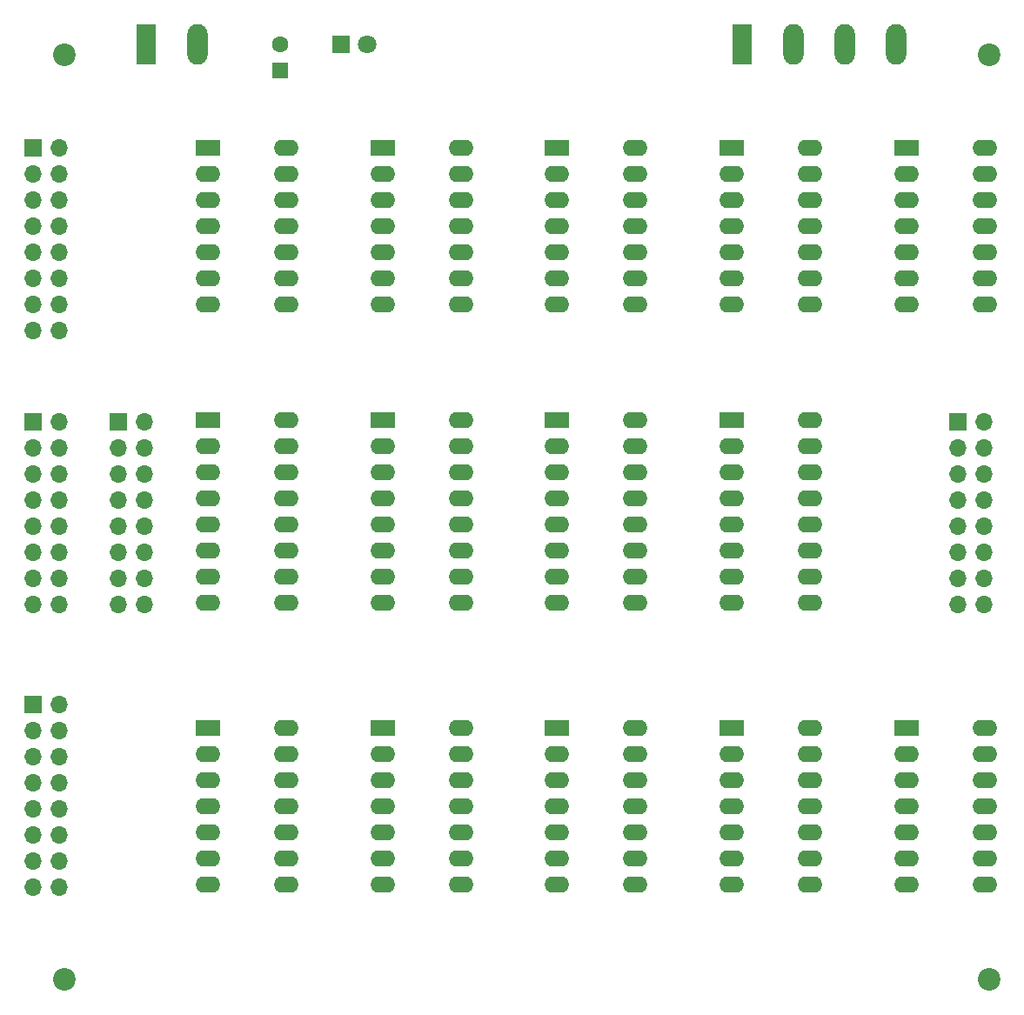
<source format=gbr>
%TF.GenerationSoftware,KiCad,Pcbnew,(5.1.9)-1*%
%TF.CreationDate,2022-02-24T19:51:09-05:00*%
%TF.ProjectId,exorcisortry2,65786f72-6369-4736-9f72-747279322e6b,rev?*%
%TF.SameCoordinates,Original*%
%TF.FileFunction,Soldermask,Bot*%
%TF.FilePolarity,Negative*%
%FSLAX46Y46*%
G04 Gerber Fmt 4.6, Leading zero omitted, Abs format (unit mm)*
G04 Created by KiCad (PCBNEW (5.1.9)-1) date 2022-02-24 19:51:09*
%MOMM*%
%LPD*%
G01*
G04 APERTURE LIST*
%ADD10O,1.700000X1.700000*%
%ADD11R,1.700000X1.700000*%
%ADD12O,2.400000X1.600000*%
%ADD13R,2.400000X1.600000*%
%ADD14R,1.980000X3.960000*%
%ADD15O,1.980000X3.960000*%
%ADD16C,2.200000*%
%ADD17R,1.800000X1.800000*%
%ADD18C,1.800000*%
%ADD19C,1.600000*%
%ADD20R,1.600000X1.600000*%
G04 APERTURE END LIST*
D10*
%TO.C,J3*%
X144540000Y-90750000D03*
X144540000Y-93290000D03*
X144540000Y-95830000D03*
X144540000Y-98370000D03*
X144540000Y-100910000D03*
X144540000Y-103450000D03*
X144540000Y-105990000D03*
X144540000Y-108530000D03*
X142000000Y-108530000D03*
X142000000Y-105990000D03*
X142000000Y-103450000D03*
X142000000Y-100910000D03*
X142000000Y-98370000D03*
X142000000Y-95830000D03*
X142000000Y-93290000D03*
D11*
X142000000Y-90750000D03*
%TD*%
D10*
%TO.C,J3*%
X62790000Y-90750000D03*
X62790000Y-93290000D03*
X62790000Y-95830000D03*
X62790000Y-98370000D03*
X62790000Y-100910000D03*
X62790000Y-103450000D03*
X62790000Y-105990000D03*
X62790000Y-108530000D03*
X60250000Y-108530000D03*
X60250000Y-105990000D03*
X60250000Y-103450000D03*
X60250000Y-100910000D03*
X60250000Y-98370000D03*
X60250000Y-95830000D03*
X60250000Y-93290000D03*
D11*
X60250000Y-90750000D03*
%TD*%
D12*
%TO.C,UB5*%
X127620000Y-90500000D03*
X120000000Y-108280000D03*
X127620000Y-93040000D03*
X120000000Y-105740000D03*
X127620000Y-95580000D03*
X120000000Y-103200000D03*
X127620000Y-98120000D03*
X120000000Y-100660000D03*
X127620000Y-100660000D03*
X120000000Y-98120000D03*
X127620000Y-103200000D03*
X120000000Y-95580000D03*
X127620000Y-105740000D03*
X120000000Y-93040000D03*
X127620000Y-108280000D03*
D13*
X120000000Y-90500000D03*
%TD*%
D14*
%TO.C,J5*%
X121000000Y-54000000D03*
D15*
X126000000Y-54000000D03*
X136000000Y-54000000D03*
X131000000Y-54000000D03*
%TD*%
D16*
%TO.C,REF\u002A\u002A*%
X145000000Y-55000000D03*
%TD*%
D14*
%TO.C,J4*%
X63000000Y-54000000D03*
D15*
X68000000Y-54000000D03*
%TD*%
D10*
%TO.C,J2*%
X54540000Y-118220000D03*
X54540000Y-120760000D03*
X54540000Y-123300000D03*
X54540000Y-125840000D03*
X54540000Y-128380000D03*
X54540000Y-130920000D03*
X54540000Y-133460000D03*
X54540000Y-136000000D03*
X52000000Y-136000000D03*
X52000000Y-133460000D03*
X52000000Y-130920000D03*
X52000000Y-128380000D03*
X52000000Y-125840000D03*
X52000000Y-123300000D03*
X52000000Y-120760000D03*
D11*
X52000000Y-118220000D03*
%TD*%
D10*
%TO.C,J3*%
X54540000Y-90750000D03*
X54540000Y-93290000D03*
X54540000Y-95830000D03*
X54540000Y-98370000D03*
X54540000Y-100910000D03*
X54540000Y-103450000D03*
X54540000Y-105990000D03*
X54540000Y-108530000D03*
X52000000Y-108530000D03*
X52000000Y-105990000D03*
X52000000Y-103450000D03*
X52000000Y-100910000D03*
X52000000Y-98370000D03*
X52000000Y-95830000D03*
X52000000Y-93290000D03*
D11*
X52000000Y-90750000D03*
%TD*%
D10*
%TO.C,J1*%
X54540000Y-64000000D03*
X54540000Y-66540000D03*
X54540000Y-69080000D03*
X54540000Y-71620000D03*
X54540000Y-74160000D03*
X54540000Y-76700000D03*
X54540000Y-79240000D03*
X54540000Y-81780000D03*
X52000000Y-81780000D03*
X52000000Y-79240000D03*
X52000000Y-76700000D03*
X52000000Y-74160000D03*
X52000000Y-71620000D03*
X52000000Y-69080000D03*
X52000000Y-66540000D03*
D11*
X52000000Y-64000000D03*
%TD*%
D12*
%TO.C,UB3*%
X93620000Y-90500000D03*
X86000000Y-108280000D03*
X93620000Y-93040000D03*
X86000000Y-105740000D03*
X93620000Y-95580000D03*
X86000000Y-103200000D03*
X93620000Y-98120000D03*
X86000000Y-100660000D03*
X93620000Y-100660000D03*
X86000000Y-98120000D03*
X93620000Y-103200000D03*
X86000000Y-95580000D03*
X93620000Y-105740000D03*
X86000000Y-93040000D03*
X93620000Y-108280000D03*
D13*
X86000000Y-90500000D03*
%TD*%
D16*
%TO.C,REF\u002A\u002A*%
X145000000Y-145000000D03*
%TD*%
%TO.C,REF\u002A\u002A*%
X55000000Y-145000000D03*
%TD*%
%TO.C,REF\u002A\u002A*%
X55000000Y-55000000D03*
%TD*%
D12*
%TO.C,UA5*%
X127620000Y-120500000D03*
X120000000Y-135740000D03*
X127620000Y-123040000D03*
X120000000Y-133200000D03*
X127620000Y-125580000D03*
X120000000Y-130660000D03*
X127620000Y-128120000D03*
X120000000Y-128120000D03*
X127620000Y-130660000D03*
X120000000Y-125580000D03*
X127620000Y-133200000D03*
X120000000Y-123040000D03*
X127620000Y-135740000D03*
D13*
X120000000Y-120500000D03*
%TD*%
D12*
%TO.C,UC6*%
X144620000Y-64000000D03*
X137000000Y-79240000D03*
X144620000Y-66540000D03*
X137000000Y-76700000D03*
X144620000Y-69080000D03*
X137000000Y-74160000D03*
X144620000Y-71620000D03*
X137000000Y-71620000D03*
X144620000Y-74160000D03*
X137000000Y-69080000D03*
X144620000Y-76700000D03*
X137000000Y-66540000D03*
X144620000Y-79240000D03*
D13*
X137000000Y-64000000D03*
%TD*%
D12*
%TO.C,UC5*%
X127620000Y-64000000D03*
X120000000Y-79240000D03*
X127620000Y-66540000D03*
X120000000Y-76700000D03*
X127620000Y-69080000D03*
X120000000Y-74160000D03*
X127620000Y-71620000D03*
X120000000Y-71620000D03*
X127620000Y-74160000D03*
X120000000Y-69080000D03*
X127620000Y-76700000D03*
X120000000Y-66540000D03*
X127620000Y-79240000D03*
D13*
X120000000Y-64000000D03*
%TD*%
D12*
%TO.C,UC4*%
X110620000Y-64000000D03*
X103000000Y-79240000D03*
X110620000Y-66540000D03*
X103000000Y-76700000D03*
X110620000Y-69080000D03*
X103000000Y-74160000D03*
X110620000Y-71620000D03*
X103000000Y-71620000D03*
X110620000Y-74160000D03*
X103000000Y-69080000D03*
X110620000Y-76700000D03*
X103000000Y-66540000D03*
X110620000Y-79240000D03*
D13*
X103000000Y-64000000D03*
%TD*%
D12*
%TO.C,UC3*%
X76620000Y-64000000D03*
X69000000Y-79240000D03*
X76620000Y-66540000D03*
X69000000Y-76700000D03*
X76620000Y-69080000D03*
X69000000Y-74160000D03*
X76620000Y-71620000D03*
X69000000Y-71620000D03*
X76620000Y-74160000D03*
X69000000Y-69080000D03*
X76620000Y-76700000D03*
X69000000Y-66540000D03*
X76620000Y-79240000D03*
D13*
X69000000Y-64000000D03*
%TD*%
D12*
%TO.C,UC2*%
X93620000Y-64000000D03*
X86000000Y-79240000D03*
X93620000Y-66540000D03*
X86000000Y-76700000D03*
X93620000Y-69080000D03*
X86000000Y-74160000D03*
X93620000Y-71620000D03*
X86000000Y-71620000D03*
X93620000Y-74160000D03*
X86000000Y-69080000D03*
X93620000Y-76700000D03*
X86000000Y-66540000D03*
X93620000Y-79240000D03*
D13*
X86000000Y-64000000D03*
%TD*%
D12*
%TO.C,UB4*%
X110620000Y-90500000D03*
X103000000Y-108280000D03*
X110620000Y-93040000D03*
X103000000Y-105740000D03*
X110620000Y-95580000D03*
X103000000Y-103200000D03*
X110620000Y-98120000D03*
X103000000Y-100660000D03*
X110620000Y-100660000D03*
X103000000Y-98120000D03*
X110620000Y-103200000D03*
X103000000Y-95580000D03*
X110620000Y-105740000D03*
X103000000Y-93040000D03*
X110620000Y-108280000D03*
D13*
X103000000Y-90500000D03*
%TD*%
D12*
%TO.C,UB2*%
X76620000Y-90500000D03*
X69000000Y-108280000D03*
X76620000Y-93040000D03*
X69000000Y-105740000D03*
X76620000Y-95580000D03*
X69000000Y-103200000D03*
X76620000Y-98120000D03*
X69000000Y-100660000D03*
X76620000Y-100660000D03*
X69000000Y-98120000D03*
X76620000Y-103200000D03*
X69000000Y-95580000D03*
X76620000Y-105740000D03*
X69000000Y-93040000D03*
X76620000Y-108280000D03*
D13*
X69000000Y-90500000D03*
%TD*%
%TO.C,UA6*%
X137000000Y-120500000D03*
D12*
X144620000Y-135740000D03*
X137000000Y-123040000D03*
X144620000Y-133200000D03*
X137000000Y-125580000D03*
X144620000Y-130660000D03*
X137000000Y-128120000D03*
X144620000Y-128120000D03*
X137000000Y-130660000D03*
X144620000Y-125580000D03*
X137000000Y-133200000D03*
X144620000Y-123040000D03*
X137000000Y-135740000D03*
X144620000Y-120500000D03*
%TD*%
%TO.C,UA4*%
X110620000Y-120500000D03*
X103000000Y-135740000D03*
X110620000Y-123040000D03*
X103000000Y-133200000D03*
X110620000Y-125580000D03*
X103000000Y-130660000D03*
X110620000Y-128120000D03*
X103000000Y-128120000D03*
X110620000Y-130660000D03*
X103000000Y-125580000D03*
X110620000Y-133200000D03*
X103000000Y-123040000D03*
X110620000Y-135740000D03*
D13*
X103000000Y-120500000D03*
%TD*%
D12*
%TO.C,UA3*%
X93620000Y-120500000D03*
X86000000Y-135740000D03*
X93620000Y-123040000D03*
X86000000Y-133200000D03*
X93620000Y-125580000D03*
X86000000Y-130660000D03*
X93620000Y-128120000D03*
X86000000Y-128120000D03*
X93620000Y-130660000D03*
X86000000Y-125580000D03*
X93620000Y-133200000D03*
X86000000Y-123040000D03*
X93620000Y-135740000D03*
D13*
X86000000Y-120500000D03*
%TD*%
D12*
%TO.C,UA2*%
X76620000Y-120500000D03*
X69000000Y-135740000D03*
X76620000Y-123040000D03*
X69000000Y-133200000D03*
X76620000Y-125580000D03*
X69000000Y-130660000D03*
X76620000Y-128120000D03*
X69000000Y-128120000D03*
X76620000Y-130660000D03*
X69000000Y-125580000D03*
X76620000Y-133200000D03*
X69000000Y-123040000D03*
X76620000Y-135740000D03*
D13*
X69000000Y-120500000D03*
%TD*%
D17*
%TO.C,D1*%
X82000000Y-54000000D03*
D18*
X84540000Y-54000000D03*
%TD*%
D19*
%TO.C,C3*%
X76000000Y-54000000D03*
D20*
X76000000Y-56500000D03*
%TD*%
M02*

</source>
